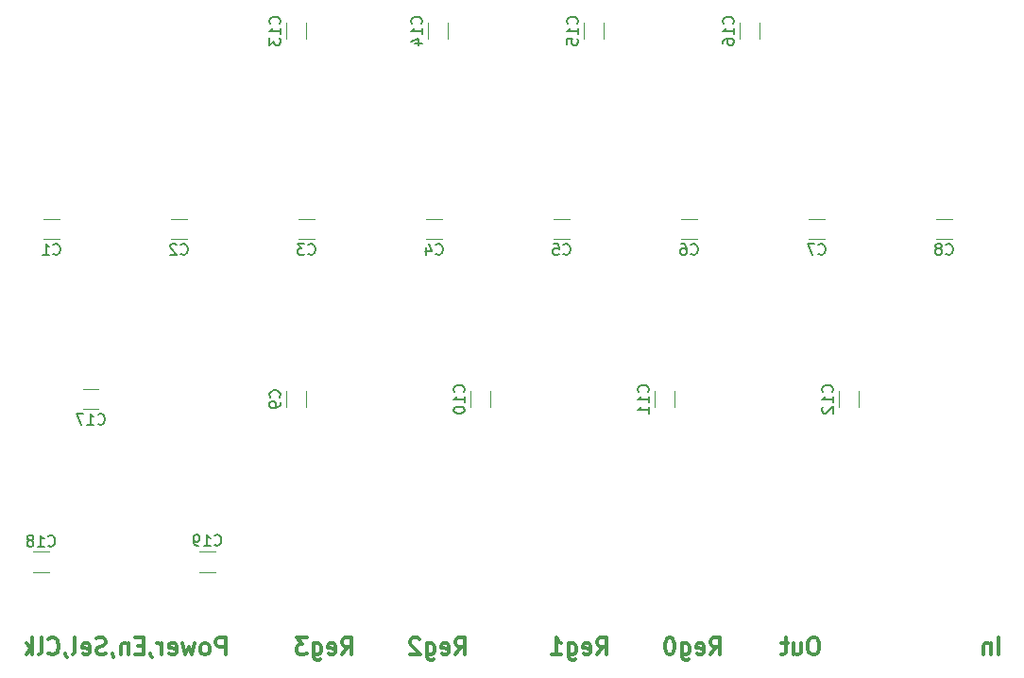
<source format=gbr>
%TF.GenerationSoftware,KiCad,Pcbnew,6.0.6-3a73a75311~116~ubuntu20.04.1*%
%TF.CreationDate,2022-06-25T17:28:11-07:00*%
%TF.ProjectId,RegisterFile,52656769-7374-4657-9246-696c652e6b69,rev?*%
%TF.SameCoordinates,Original*%
%TF.FileFunction,Legend,Bot*%
%TF.FilePolarity,Positive*%
%FSLAX46Y46*%
G04 Gerber Fmt 4.6, Leading zero omitted, Abs format (unit mm)*
G04 Created by KiCad (PCBNEW 6.0.6-3a73a75311~116~ubuntu20.04.1) date 2022-06-25 17:28:11*
%MOMM*%
%LPD*%
G01*
G04 APERTURE LIST*
%ADD10C,0.300000*%
%ADD11C,0.150000*%
%ADD12C,0.120000*%
G04 APERTURE END LIST*
D10*
X170977857Y-125543571D02*
X170692142Y-125543571D01*
X170549285Y-125615000D01*
X170406428Y-125757857D01*
X170335000Y-126043571D01*
X170335000Y-126543571D01*
X170406428Y-126829285D01*
X170549285Y-126972142D01*
X170692142Y-127043571D01*
X170977857Y-127043571D01*
X171120714Y-126972142D01*
X171263571Y-126829285D01*
X171335000Y-126543571D01*
X171335000Y-126043571D01*
X171263571Y-125757857D01*
X171120714Y-125615000D01*
X170977857Y-125543571D01*
X169049285Y-126043571D02*
X169049285Y-127043571D01*
X169692142Y-126043571D02*
X169692142Y-126829285D01*
X169620714Y-126972142D01*
X169477857Y-127043571D01*
X169263571Y-127043571D01*
X169120714Y-126972142D01*
X169049285Y-126900714D01*
X168549285Y-126043571D02*
X167977857Y-126043571D01*
X168335000Y-125543571D02*
X168335000Y-126829285D01*
X168263571Y-126972142D01*
X168120714Y-127043571D01*
X167977857Y-127043571D01*
X151431428Y-127043571D02*
X151931428Y-126329285D01*
X152288571Y-127043571D02*
X152288571Y-125543571D01*
X151717142Y-125543571D01*
X151574285Y-125615000D01*
X151502857Y-125686428D01*
X151431428Y-125829285D01*
X151431428Y-126043571D01*
X151502857Y-126186428D01*
X151574285Y-126257857D01*
X151717142Y-126329285D01*
X152288571Y-126329285D01*
X150217142Y-126972142D02*
X150360000Y-127043571D01*
X150645714Y-127043571D01*
X150788571Y-126972142D01*
X150860000Y-126829285D01*
X150860000Y-126257857D01*
X150788571Y-126115000D01*
X150645714Y-126043571D01*
X150360000Y-126043571D01*
X150217142Y-126115000D01*
X150145714Y-126257857D01*
X150145714Y-126400714D01*
X150860000Y-126543571D01*
X148860000Y-126043571D02*
X148860000Y-127257857D01*
X148931428Y-127400714D01*
X149002857Y-127472142D01*
X149145714Y-127543571D01*
X149360000Y-127543571D01*
X149502857Y-127472142D01*
X148860000Y-126972142D02*
X149002857Y-127043571D01*
X149288571Y-127043571D01*
X149431428Y-126972142D01*
X149502857Y-126900714D01*
X149574285Y-126757857D01*
X149574285Y-126329285D01*
X149502857Y-126186428D01*
X149431428Y-126115000D01*
X149288571Y-126043571D01*
X149002857Y-126043571D01*
X148860000Y-126115000D01*
X147360000Y-127043571D02*
X148217142Y-127043571D01*
X147788571Y-127043571D02*
X147788571Y-125543571D01*
X147931428Y-125757857D01*
X148074285Y-125900714D01*
X148217142Y-125972142D01*
X187407857Y-127043571D02*
X187407857Y-125543571D01*
X186693571Y-126043571D02*
X186693571Y-127043571D01*
X186693571Y-126186428D02*
X186622142Y-126115000D01*
X186479285Y-126043571D01*
X186265000Y-126043571D01*
X186122142Y-126115000D01*
X186050714Y-126257857D01*
X186050714Y-127043571D01*
X161591428Y-127043571D02*
X162091428Y-126329285D01*
X162448571Y-127043571D02*
X162448571Y-125543571D01*
X161877142Y-125543571D01*
X161734285Y-125615000D01*
X161662857Y-125686428D01*
X161591428Y-125829285D01*
X161591428Y-126043571D01*
X161662857Y-126186428D01*
X161734285Y-126257857D01*
X161877142Y-126329285D01*
X162448571Y-126329285D01*
X160377142Y-126972142D02*
X160520000Y-127043571D01*
X160805714Y-127043571D01*
X160948571Y-126972142D01*
X161020000Y-126829285D01*
X161020000Y-126257857D01*
X160948571Y-126115000D01*
X160805714Y-126043571D01*
X160520000Y-126043571D01*
X160377142Y-126115000D01*
X160305714Y-126257857D01*
X160305714Y-126400714D01*
X161020000Y-126543571D01*
X159020000Y-126043571D02*
X159020000Y-127257857D01*
X159091428Y-127400714D01*
X159162857Y-127472142D01*
X159305714Y-127543571D01*
X159520000Y-127543571D01*
X159662857Y-127472142D01*
X159020000Y-126972142D02*
X159162857Y-127043571D01*
X159448571Y-127043571D01*
X159591428Y-126972142D01*
X159662857Y-126900714D01*
X159734285Y-126757857D01*
X159734285Y-126329285D01*
X159662857Y-126186428D01*
X159591428Y-126115000D01*
X159448571Y-126043571D01*
X159162857Y-126043571D01*
X159020000Y-126115000D01*
X158020000Y-125543571D02*
X157877142Y-125543571D01*
X157734285Y-125615000D01*
X157662857Y-125686428D01*
X157591428Y-125829285D01*
X157520000Y-126115000D01*
X157520000Y-126472142D01*
X157591428Y-126757857D01*
X157662857Y-126900714D01*
X157734285Y-126972142D01*
X157877142Y-127043571D01*
X158020000Y-127043571D01*
X158162857Y-126972142D01*
X158234285Y-126900714D01*
X158305714Y-126757857D01*
X158377142Y-126472142D01*
X158377142Y-126115000D01*
X158305714Y-125829285D01*
X158234285Y-125686428D01*
X158162857Y-125615000D01*
X158020000Y-125543571D01*
X118112857Y-127043571D02*
X118112857Y-125543571D01*
X117541428Y-125543571D01*
X117398571Y-125615000D01*
X117327142Y-125686428D01*
X117255714Y-125829285D01*
X117255714Y-126043571D01*
X117327142Y-126186428D01*
X117398571Y-126257857D01*
X117541428Y-126329285D01*
X118112857Y-126329285D01*
X116398571Y-127043571D02*
X116541428Y-126972142D01*
X116612857Y-126900714D01*
X116684285Y-126757857D01*
X116684285Y-126329285D01*
X116612857Y-126186428D01*
X116541428Y-126115000D01*
X116398571Y-126043571D01*
X116184285Y-126043571D01*
X116041428Y-126115000D01*
X115970000Y-126186428D01*
X115898571Y-126329285D01*
X115898571Y-126757857D01*
X115970000Y-126900714D01*
X116041428Y-126972142D01*
X116184285Y-127043571D01*
X116398571Y-127043571D01*
X115398571Y-126043571D02*
X115112857Y-127043571D01*
X114827142Y-126329285D01*
X114541428Y-127043571D01*
X114255714Y-126043571D01*
X113112857Y-126972142D02*
X113255714Y-127043571D01*
X113541428Y-127043571D01*
X113684285Y-126972142D01*
X113755714Y-126829285D01*
X113755714Y-126257857D01*
X113684285Y-126115000D01*
X113541428Y-126043571D01*
X113255714Y-126043571D01*
X113112857Y-126115000D01*
X113041428Y-126257857D01*
X113041428Y-126400714D01*
X113755714Y-126543571D01*
X112398571Y-127043571D02*
X112398571Y-126043571D01*
X112398571Y-126329285D02*
X112327142Y-126186428D01*
X112255714Y-126115000D01*
X112112857Y-126043571D01*
X111970000Y-126043571D01*
X111398571Y-126972142D02*
X111398571Y-127043571D01*
X111470000Y-127186428D01*
X111541428Y-127257857D01*
X110755714Y-126257857D02*
X110255714Y-126257857D01*
X110041428Y-127043571D02*
X110755714Y-127043571D01*
X110755714Y-125543571D01*
X110041428Y-125543571D01*
X109398571Y-126043571D02*
X109398571Y-127043571D01*
X109398571Y-126186428D02*
X109327142Y-126115000D01*
X109184285Y-126043571D01*
X108970000Y-126043571D01*
X108827142Y-126115000D01*
X108755714Y-126257857D01*
X108755714Y-127043571D01*
X107970000Y-126972142D02*
X107970000Y-127043571D01*
X108041428Y-127186428D01*
X108112857Y-127257857D01*
X107398571Y-126972142D02*
X107184285Y-127043571D01*
X106827142Y-127043571D01*
X106684285Y-126972142D01*
X106612857Y-126900714D01*
X106541428Y-126757857D01*
X106541428Y-126615000D01*
X106612857Y-126472142D01*
X106684285Y-126400714D01*
X106827142Y-126329285D01*
X107112857Y-126257857D01*
X107255714Y-126186428D01*
X107327142Y-126115000D01*
X107398571Y-125972142D01*
X107398571Y-125829285D01*
X107327142Y-125686428D01*
X107255714Y-125615000D01*
X107112857Y-125543571D01*
X106755714Y-125543571D01*
X106541428Y-125615000D01*
X105327142Y-126972142D02*
X105470000Y-127043571D01*
X105755714Y-127043571D01*
X105898571Y-126972142D01*
X105970000Y-126829285D01*
X105970000Y-126257857D01*
X105898571Y-126115000D01*
X105755714Y-126043571D01*
X105470000Y-126043571D01*
X105327142Y-126115000D01*
X105255714Y-126257857D01*
X105255714Y-126400714D01*
X105970000Y-126543571D01*
X104398571Y-127043571D02*
X104541428Y-126972142D01*
X104612857Y-126829285D01*
X104612857Y-125543571D01*
X103755714Y-126972142D02*
X103755714Y-127043571D01*
X103827142Y-127186428D01*
X103898571Y-127257857D01*
X102255714Y-126900714D02*
X102327142Y-126972142D01*
X102541428Y-127043571D01*
X102684285Y-127043571D01*
X102898571Y-126972142D01*
X103041428Y-126829285D01*
X103112857Y-126686428D01*
X103184285Y-126400714D01*
X103184285Y-126186428D01*
X103112857Y-125900714D01*
X103041428Y-125757857D01*
X102898571Y-125615000D01*
X102684285Y-125543571D01*
X102541428Y-125543571D01*
X102327142Y-125615000D01*
X102255714Y-125686428D01*
X101398571Y-127043571D02*
X101541428Y-126972142D01*
X101612857Y-126829285D01*
X101612857Y-125543571D01*
X100827142Y-127043571D02*
X100827142Y-125543571D01*
X100684285Y-126472142D02*
X100255714Y-127043571D01*
X100255714Y-126043571D02*
X100827142Y-126615000D01*
X138731428Y-127043571D02*
X139231428Y-126329285D01*
X139588571Y-127043571D02*
X139588571Y-125543571D01*
X139017142Y-125543571D01*
X138874285Y-125615000D01*
X138802857Y-125686428D01*
X138731428Y-125829285D01*
X138731428Y-126043571D01*
X138802857Y-126186428D01*
X138874285Y-126257857D01*
X139017142Y-126329285D01*
X139588571Y-126329285D01*
X137517142Y-126972142D02*
X137660000Y-127043571D01*
X137945714Y-127043571D01*
X138088571Y-126972142D01*
X138160000Y-126829285D01*
X138160000Y-126257857D01*
X138088571Y-126115000D01*
X137945714Y-126043571D01*
X137660000Y-126043571D01*
X137517142Y-126115000D01*
X137445714Y-126257857D01*
X137445714Y-126400714D01*
X138160000Y-126543571D01*
X136160000Y-126043571D02*
X136160000Y-127257857D01*
X136231428Y-127400714D01*
X136302857Y-127472142D01*
X136445714Y-127543571D01*
X136660000Y-127543571D01*
X136802857Y-127472142D01*
X136160000Y-126972142D02*
X136302857Y-127043571D01*
X136588571Y-127043571D01*
X136731428Y-126972142D01*
X136802857Y-126900714D01*
X136874285Y-126757857D01*
X136874285Y-126329285D01*
X136802857Y-126186428D01*
X136731428Y-126115000D01*
X136588571Y-126043571D01*
X136302857Y-126043571D01*
X136160000Y-126115000D01*
X135517142Y-125686428D02*
X135445714Y-125615000D01*
X135302857Y-125543571D01*
X134945714Y-125543571D01*
X134802857Y-125615000D01*
X134731428Y-125686428D01*
X134660000Y-125829285D01*
X134660000Y-125972142D01*
X134731428Y-126186428D01*
X135588571Y-127043571D01*
X134660000Y-127043571D01*
X128571428Y-127043571D02*
X129071428Y-126329285D01*
X129428571Y-127043571D02*
X129428571Y-125543571D01*
X128857142Y-125543571D01*
X128714285Y-125615000D01*
X128642857Y-125686428D01*
X128571428Y-125829285D01*
X128571428Y-126043571D01*
X128642857Y-126186428D01*
X128714285Y-126257857D01*
X128857142Y-126329285D01*
X129428571Y-126329285D01*
X127357142Y-126972142D02*
X127500000Y-127043571D01*
X127785714Y-127043571D01*
X127928571Y-126972142D01*
X128000000Y-126829285D01*
X128000000Y-126257857D01*
X127928571Y-126115000D01*
X127785714Y-126043571D01*
X127500000Y-126043571D01*
X127357142Y-126115000D01*
X127285714Y-126257857D01*
X127285714Y-126400714D01*
X128000000Y-126543571D01*
X126000000Y-126043571D02*
X126000000Y-127257857D01*
X126071428Y-127400714D01*
X126142857Y-127472142D01*
X126285714Y-127543571D01*
X126500000Y-127543571D01*
X126642857Y-127472142D01*
X126000000Y-126972142D02*
X126142857Y-127043571D01*
X126428571Y-127043571D01*
X126571428Y-126972142D01*
X126642857Y-126900714D01*
X126714285Y-126757857D01*
X126714285Y-126329285D01*
X126642857Y-126186428D01*
X126571428Y-126115000D01*
X126428571Y-126043571D01*
X126142857Y-126043571D01*
X126000000Y-126115000D01*
X125428571Y-125543571D02*
X124500000Y-125543571D01*
X125000000Y-126115000D01*
X124785714Y-126115000D01*
X124642857Y-126186428D01*
X124571428Y-126257857D01*
X124500000Y-126400714D01*
X124500000Y-126757857D01*
X124571428Y-126900714D01*
X124642857Y-126972142D01*
X124785714Y-127043571D01*
X125214285Y-127043571D01*
X125357142Y-126972142D01*
X125428571Y-126900714D01*
D11*
%TO.C,C6*%
X159844166Y-91107142D02*
X159891785Y-91154761D01*
X160034642Y-91202380D01*
X160129880Y-91202380D01*
X160272738Y-91154761D01*
X160367976Y-91059523D01*
X160415595Y-90964285D01*
X160463214Y-90773809D01*
X160463214Y-90630952D01*
X160415595Y-90440476D01*
X160367976Y-90345238D01*
X160272738Y-90250000D01*
X160129880Y-90202380D01*
X160034642Y-90202380D01*
X159891785Y-90250000D01*
X159844166Y-90297619D01*
X158987023Y-90202380D02*
X159177500Y-90202380D01*
X159272738Y-90250000D01*
X159320357Y-90297619D01*
X159415595Y-90440476D01*
X159463214Y-90630952D01*
X159463214Y-91011904D01*
X159415595Y-91107142D01*
X159367976Y-91154761D01*
X159272738Y-91202380D01*
X159082261Y-91202380D01*
X158987023Y-91154761D01*
X158939404Y-91107142D01*
X158891785Y-91011904D01*
X158891785Y-90773809D01*
X158939404Y-90678571D01*
X158987023Y-90630952D01*
X159082261Y-90583333D01*
X159272738Y-90583333D01*
X159367976Y-90630952D01*
X159415595Y-90678571D01*
X159463214Y-90773809D01*
%TO.C,C13*%
X122967142Y-70477142D02*
X123014761Y-70429523D01*
X123062380Y-70286666D01*
X123062380Y-70191428D01*
X123014761Y-70048571D01*
X122919523Y-69953333D01*
X122824285Y-69905714D01*
X122633809Y-69858095D01*
X122490952Y-69858095D01*
X122300476Y-69905714D01*
X122205238Y-69953333D01*
X122110000Y-70048571D01*
X122062380Y-70191428D01*
X122062380Y-70286666D01*
X122110000Y-70429523D01*
X122157619Y-70477142D01*
X123062380Y-71429523D02*
X123062380Y-70858095D01*
X123062380Y-71143809D02*
X122062380Y-71143809D01*
X122205238Y-71048571D01*
X122300476Y-70953333D01*
X122348095Y-70858095D01*
X122062380Y-71762857D02*
X122062380Y-72381904D01*
X122443333Y-72048571D01*
X122443333Y-72191428D01*
X122490952Y-72286666D01*
X122538571Y-72334285D01*
X122633809Y-72381904D01*
X122871904Y-72381904D01*
X122967142Y-72334285D01*
X123014761Y-72286666D01*
X123062380Y-72191428D01*
X123062380Y-71905714D01*
X123014761Y-71810476D01*
X122967142Y-71762857D01*
%TO.C,C3*%
X125554166Y-91107142D02*
X125601785Y-91154761D01*
X125744642Y-91202380D01*
X125839880Y-91202380D01*
X125982738Y-91154761D01*
X126077976Y-91059523D01*
X126125595Y-90964285D01*
X126173214Y-90773809D01*
X126173214Y-90630952D01*
X126125595Y-90440476D01*
X126077976Y-90345238D01*
X125982738Y-90250000D01*
X125839880Y-90202380D01*
X125744642Y-90202380D01*
X125601785Y-90250000D01*
X125554166Y-90297619D01*
X125220833Y-90202380D02*
X124601785Y-90202380D01*
X124935119Y-90583333D01*
X124792261Y-90583333D01*
X124697023Y-90630952D01*
X124649404Y-90678571D01*
X124601785Y-90773809D01*
X124601785Y-91011904D01*
X124649404Y-91107142D01*
X124697023Y-91154761D01*
X124792261Y-91202380D01*
X125077976Y-91202380D01*
X125173214Y-91154761D01*
X125220833Y-91107142D01*
%TO.C,C4*%
X136984166Y-91107142D02*
X137031785Y-91154761D01*
X137174642Y-91202380D01*
X137269880Y-91202380D01*
X137412738Y-91154761D01*
X137507976Y-91059523D01*
X137555595Y-90964285D01*
X137603214Y-90773809D01*
X137603214Y-90630952D01*
X137555595Y-90440476D01*
X137507976Y-90345238D01*
X137412738Y-90250000D01*
X137269880Y-90202380D01*
X137174642Y-90202380D01*
X137031785Y-90250000D01*
X136984166Y-90297619D01*
X136127023Y-90535714D02*
X136127023Y-91202380D01*
X136365119Y-90154761D02*
X136603214Y-90869047D01*
X135984166Y-90869047D01*
%TO.C,C5*%
X148414166Y-91107142D02*
X148461785Y-91154761D01*
X148604642Y-91202380D01*
X148699880Y-91202380D01*
X148842738Y-91154761D01*
X148937976Y-91059523D01*
X148985595Y-90964285D01*
X149033214Y-90773809D01*
X149033214Y-90630952D01*
X148985595Y-90440476D01*
X148937976Y-90345238D01*
X148842738Y-90250000D01*
X148699880Y-90202380D01*
X148604642Y-90202380D01*
X148461785Y-90250000D01*
X148414166Y-90297619D01*
X147509404Y-90202380D02*
X147985595Y-90202380D01*
X148033214Y-90678571D01*
X147985595Y-90630952D01*
X147890357Y-90583333D01*
X147652261Y-90583333D01*
X147557023Y-90630952D01*
X147509404Y-90678571D01*
X147461785Y-90773809D01*
X147461785Y-91011904D01*
X147509404Y-91107142D01*
X147557023Y-91154761D01*
X147652261Y-91202380D01*
X147890357Y-91202380D01*
X147985595Y-91154761D01*
X148033214Y-91107142D01*
%TO.C,C19*%
X117140357Y-117197142D02*
X117187976Y-117244761D01*
X117330833Y-117292380D01*
X117426071Y-117292380D01*
X117568928Y-117244761D01*
X117664166Y-117149523D01*
X117711785Y-117054285D01*
X117759404Y-116863809D01*
X117759404Y-116720952D01*
X117711785Y-116530476D01*
X117664166Y-116435238D01*
X117568928Y-116340000D01*
X117426071Y-116292380D01*
X117330833Y-116292380D01*
X117187976Y-116340000D01*
X117140357Y-116387619D01*
X116187976Y-117292380D02*
X116759404Y-117292380D01*
X116473690Y-117292380D02*
X116473690Y-116292380D01*
X116568928Y-116435238D01*
X116664166Y-116530476D01*
X116759404Y-116578095D01*
X115711785Y-117292380D02*
X115521309Y-117292380D01*
X115426071Y-117244761D01*
X115378452Y-117197142D01*
X115283214Y-117054285D01*
X115235595Y-116863809D01*
X115235595Y-116482857D01*
X115283214Y-116387619D01*
X115330833Y-116340000D01*
X115426071Y-116292380D01*
X115616547Y-116292380D01*
X115711785Y-116340000D01*
X115759404Y-116387619D01*
X115807023Y-116482857D01*
X115807023Y-116720952D01*
X115759404Y-116816190D01*
X115711785Y-116863809D01*
X115616547Y-116911428D01*
X115426071Y-116911428D01*
X115330833Y-116863809D01*
X115283214Y-116816190D01*
X115235595Y-116720952D01*
%TO.C,C14*%
X135667142Y-70477142D02*
X135714761Y-70429523D01*
X135762380Y-70286666D01*
X135762380Y-70191428D01*
X135714761Y-70048571D01*
X135619523Y-69953333D01*
X135524285Y-69905714D01*
X135333809Y-69858095D01*
X135190952Y-69858095D01*
X135000476Y-69905714D01*
X134905238Y-69953333D01*
X134810000Y-70048571D01*
X134762380Y-70191428D01*
X134762380Y-70286666D01*
X134810000Y-70429523D01*
X134857619Y-70477142D01*
X135762380Y-71429523D02*
X135762380Y-70858095D01*
X135762380Y-71143809D02*
X134762380Y-71143809D01*
X134905238Y-71048571D01*
X135000476Y-70953333D01*
X135048095Y-70858095D01*
X135095714Y-72286666D02*
X135762380Y-72286666D01*
X134714761Y-72048571D02*
X135429047Y-71810476D01*
X135429047Y-72429523D01*
%TO.C,C1*%
X102694166Y-91107142D02*
X102741785Y-91154761D01*
X102884642Y-91202380D01*
X102979880Y-91202380D01*
X103122738Y-91154761D01*
X103217976Y-91059523D01*
X103265595Y-90964285D01*
X103313214Y-90773809D01*
X103313214Y-90630952D01*
X103265595Y-90440476D01*
X103217976Y-90345238D01*
X103122738Y-90250000D01*
X102979880Y-90202380D01*
X102884642Y-90202380D01*
X102741785Y-90250000D01*
X102694166Y-90297619D01*
X101741785Y-91202380D02*
X102313214Y-91202380D01*
X102027500Y-91202380D02*
X102027500Y-90202380D01*
X102122738Y-90345238D01*
X102217976Y-90440476D01*
X102313214Y-90488095D01*
%TO.C,C2*%
X114124166Y-91107142D02*
X114171785Y-91154761D01*
X114314642Y-91202380D01*
X114409880Y-91202380D01*
X114552738Y-91154761D01*
X114647976Y-91059523D01*
X114695595Y-90964285D01*
X114743214Y-90773809D01*
X114743214Y-90630952D01*
X114695595Y-90440476D01*
X114647976Y-90345238D01*
X114552738Y-90250000D01*
X114409880Y-90202380D01*
X114314642Y-90202380D01*
X114171785Y-90250000D01*
X114124166Y-90297619D01*
X113743214Y-90297619D02*
X113695595Y-90250000D01*
X113600357Y-90202380D01*
X113362261Y-90202380D01*
X113267023Y-90250000D01*
X113219404Y-90297619D01*
X113171785Y-90392857D01*
X113171785Y-90488095D01*
X113219404Y-90630952D01*
X113790833Y-91202380D01*
X113171785Y-91202380D01*
%TO.C,C18*%
X102242857Y-117252142D02*
X102290476Y-117299761D01*
X102433333Y-117347380D01*
X102528571Y-117347380D01*
X102671428Y-117299761D01*
X102766666Y-117204523D01*
X102814285Y-117109285D01*
X102861904Y-116918809D01*
X102861904Y-116775952D01*
X102814285Y-116585476D01*
X102766666Y-116490238D01*
X102671428Y-116395000D01*
X102528571Y-116347380D01*
X102433333Y-116347380D01*
X102290476Y-116395000D01*
X102242857Y-116442619D01*
X101290476Y-117347380D02*
X101861904Y-117347380D01*
X101576190Y-117347380D02*
X101576190Y-116347380D01*
X101671428Y-116490238D01*
X101766666Y-116585476D01*
X101861904Y-116633095D01*
X100719047Y-116775952D02*
X100814285Y-116728333D01*
X100861904Y-116680714D01*
X100909523Y-116585476D01*
X100909523Y-116537857D01*
X100861904Y-116442619D01*
X100814285Y-116395000D01*
X100719047Y-116347380D01*
X100528571Y-116347380D01*
X100433333Y-116395000D01*
X100385714Y-116442619D01*
X100338095Y-116537857D01*
X100338095Y-116585476D01*
X100385714Y-116680714D01*
X100433333Y-116728333D01*
X100528571Y-116775952D01*
X100719047Y-116775952D01*
X100814285Y-116823571D01*
X100861904Y-116871190D01*
X100909523Y-116966428D01*
X100909523Y-117156904D01*
X100861904Y-117252142D01*
X100814285Y-117299761D01*
X100719047Y-117347380D01*
X100528571Y-117347380D01*
X100433333Y-117299761D01*
X100385714Y-117252142D01*
X100338095Y-117156904D01*
X100338095Y-116966428D01*
X100385714Y-116871190D01*
X100433333Y-116823571D01*
X100528571Y-116775952D01*
%TO.C,C11*%
X155987142Y-103497142D02*
X156034761Y-103449523D01*
X156082380Y-103306666D01*
X156082380Y-103211428D01*
X156034761Y-103068571D01*
X155939523Y-102973333D01*
X155844285Y-102925714D01*
X155653809Y-102878095D01*
X155510952Y-102878095D01*
X155320476Y-102925714D01*
X155225238Y-102973333D01*
X155130000Y-103068571D01*
X155082380Y-103211428D01*
X155082380Y-103306666D01*
X155130000Y-103449523D01*
X155177619Y-103497142D01*
X156082380Y-104449523D02*
X156082380Y-103878095D01*
X156082380Y-104163809D02*
X155082380Y-104163809D01*
X155225238Y-104068571D01*
X155320476Y-103973333D01*
X155368095Y-103878095D01*
X156082380Y-105401904D02*
X156082380Y-104830476D01*
X156082380Y-105116190D02*
X155082380Y-105116190D01*
X155225238Y-105020952D01*
X155320476Y-104925714D01*
X155368095Y-104830476D01*
%TO.C,C7*%
X171274166Y-91107142D02*
X171321785Y-91154761D01*
X171464642Y-91202380D01*
X171559880Y-91202380D01*
X171702738Y-91154761D01*
X171797976Y-91059523D01*
X171845595Y-90964285D01*
X171893214Y-90773809D01*
X171893214Y-90630952D01*
X171845595Y-90440476D01*
X171797976Y-90345238D01*
X171702738Y-90250000D01*
X171559880Y-90202380D01*
X171464642Y-90202380D01*
X171321785Y-90250000D01*
X171274166Y-90297619D01*
X170940833Y-90202380D02*
X170274166Y-90202380D01*
X170702738Y-91202380D01*
%TO.C,C9*%
X122967142Y-103973333D02*
X123014761Y-103925714D01*
X123062380Y-103782857D01*
X123062380Y-103687619D01*
X123014761Y-103544761D01*
X122919523Y-103449523D01*
X122824285Y-103401904D01*
X122633809Y-103354285D01*
X122490952Y-103354285D01*
X122300476Y-103401904D01*
X122205238Y-103449523D01*
X122110000Y-103544761D01*
X122062380Y-103687619D01*
X122062380Y-103782857D01*
X122110000Y-103925714D01*
X122157619Y-103973333D01*
X123062380Y-104449523D02*
X123062380Y-104640000D01*
X123014761Y-104735238D01*
X122967142Y-104782857D01*
X122824285Y-104878095D01*
X122633809Y-104925714D01*
X122252857Y-104925714D01*
X122157619Y-104878095D01*
X122110000Y-104830476D01*
X122062380Y-104735238D01*
X122062380Y-104544761D01*
X122110000Y-104449523D01*
X122157619Y-104401904D01*
X122252857Y-104354285D01*
X122490952Y-104354285D01*
X122586190Y-104401904D01*
X122633809Y-104449523D01*
X122681428Y-104544761D01*
X122681428Y-104735238D01*
X122633809Y-104830476D01*
X122586190Y-104878095D01*
X122490952Y-104925714D01*
%TO.C,C8*%
X182704166Y-91107142D02*
X182751785Y-91154761D01*
X182894642Y-91202380D01*
X182989880Y-91202380D01*
X183132738Y-91154761D01*
X183227976Y-91059523D01*
X183275595Y-90964285D01*
X183323214Y-90773809D01*
X183323214Y-90630952D01*
X183275595Y-90440476D01*
X183227976Y-90345238D01*
X183132738Y-90250000D01*
X182989880Y-90202380D01*
X182894642Y-90202380D01*
X182751785Y-90250000D01*
X182704166Y-90297619D01*
X182132738Y-90630952D02*
X182227976Y-90583333D01*
X182275595Y-90535714D01*
X182323214Y-90440476D01*
X182323214Y-90392857D01*
X182275595Y-90297619D01*
X182227976Y-90250000D01*
X182132738Y-90202380D01*
X181942261Y-90202380D01*
X181847023Y-90250000D01*
X181799404Y-90297619D01*
X181751785Y-90392857D01*
X181751785Y-90440476D01*
X181799404Y-90535714D01*
X181847023Y-90583333D01*
X181942261Y-90630952D01*
X182132738Y-90630952D01*
X182227976Y-90678571D01*
X182275595Y-90726190D01*
X182323214Y-90821428D01*
X182323214Y-91011904D01*
X182275595Y-91107142D01*
X182227976Y-91154761D01*
X182132738Y-91202380D01*
X181942261Y-91202380D01*
X181847023Y-91154761D01*
X181799404Y-91107142D01*
X181751785Y-91011904D01*
X181751785Y-90821428D01*
X181799404Y-90726190D01*
X181847023Y-90678571D01*
X181942261Y-90630952D01*
%TO.C,C12*%
X172497142Y-103497142D02*
X172544761Y-103449523D01*
X172592380Y-103306666D01*
X172592380Y-103211428D01*
X172544761Y-103068571D01*
X172449523Y-102973333D01*
X172354285Y-102925714D01*
X172163809Y-102878095D01*
X172020952Y-102878095D01*
X171830476Y-102925714D01*
X171735238Y-102973333D01*
X171640000Y-103068571D01*
X171592380Y-103211428D01*
X171592380Y-103306666D01*
X171640000Y-103449523D01*
X171687619Y-103497142D01*
X172592380Y-104449523D02*
X172592380Y-103878095D01*
X172592380Y-104163809D02*
X171592380Y-104163809D01*
X171735238Y-104068571D01*
X171830476Y-103973333D01*
X171878095Y-103878095D01*
X171687619Y-104830476D02*
X171640000Y-104878095D01*
X171592380Y-104973333D01*
X171592380Y-105211428D01*
X171640000Y-105306666D01*
X171687619Y-105354285D01*
X171782857Y-105401904D01*
X171878095Y-105401904D01*
X172020952Y-105354285D01*
X172592380Y-104782857D01*
X172592380Y-105401904D01*
%TO.C,C16*%
X163607142Y-70477142D02*
X163654761Y-70429523D01*
X163702380Y-70286666D01*
X163702380Y-70191428D01*
X163654761Y-70048571D01*
X163559523Y-69953333D01*
X163464285Y-69905714D01*
X163273809Y-69858095D01*
X163130952Y-69858095D01*
X162940476Y-69905714D01*
X162845238Y-69953333D01*
X162750000Y-70048571D01*
X162702380Y-70191428D01*
X162702380Y-70286666D01*
X162750000Y-70429523D01*
X162797619Y-70477142D01*
X163702380Y-71429523D02*
X163702380Y-70858095D01*
X163702380Y-71143809D02*
X162702380Y-71143809D01*
X162845238Y-71048571D01*
X162940476Y-70953333D01*
X162988095Y-70858095D01*
X162702380Y-72286666D02*
X162702380Y-72096190D01*
X162750000Y-72000952D01*
X162797619Y-71953333D01*
X162940476Y-71858095D01*
X163130952Y-71810476D01*
X163511904Y-71810476D01*
X163607142Y-71858095D01*
X163654761Y-71905714D01*
X163702380Y-72000952D01*
X163702380Y-72191428D01*
X163654761Y-72286666D01*
X163607142Y-72334285D01*
X163511904Y-72381904D01*
X163273809Y-72381904D01*
X163178571Y-72334285D01*
X163130952Y-72286666D01*
X163083333Y-72191428D01*
X163083333Y-72000952D01*
X163130952Y-71905714D01*
X163178571Y-71858095D01*
X163273809Y-71810476D01*
%TO.C,C15*%
X149637142Y-70477142D02*
X149684761Y-70429523D01*
X149732380Y-70286666D01*
X149732380Y-70191428D01*
X149684761Y-70048571D01*
X149589523Y-69953333D01*
X149494285Y-69905714D01*
X149303809Y-69858095D01*
X149160952Y-69858095D01*
X148970476Y-69905714D01*
X148875238Y-69953333D01*
X148780000Y-70048571D01*
X148732380Y-70191428D01*
X148732380Y-70286666D01*
X148780000Y-70429523D01*
X148827619Y-70477142D01*
X149732380Y-71429523D02*
X149732380Y-70858095D01*
X149732380Y-71143809D02*
X148732380Y-71143809D01*
X148875238Y-71048571D01*
X148970476Y-70953333D01*
X149018095Y-70858095D01*
X148732380Y-72334285D02*
X148732380Y-71858095D01*
X149208571Y-71810476D01*
X149160952Y-71858095D01*
X149113333Y-71953333D01*
X149113333Y-72191428D01*
X149160952Y-72286666D01*
X149208571Y-72334285D01*
X149303809Y-72381904D01*
X149541904Y-72381904D01*
X149637142Y-72334285D01*
X149684761Y-72286666D01*
X149732380Y-72191428D01*
X149732380Y-71953333D01*
X149684761Y-71858095D01*
X149637142Y-71810476D01*
%TO.C,C10*%
X139477142Y-103497142D02*
X139524761Y-103449523D01*
X139572380Y-103306666D01*
X139572380Y-103211428D01*
X139524761Y-103068571D01*
X139429523Y-102973333D01*
X139334285Y-102925714D01*
X139143809Y-102878095D01*
X139000952Y-102878095D01*
X138810476Y-102925714D01*
X138715238Y-102973333D01*
X138620000Y-103068571D01*
X138572380Y-103211428D01*
X138572380Y-103306666D01*
X138620000Y-103449523D01*
X138667619Y-103497142D01*
X139572380Y-104449523D02*
X139572380Y-103878095D01*
X139572380Y-104163809D02*
X138572380Y-104163809D01*
X138715238Y-104068571D01*
X138810476Y-103973333D01*
X138858095Y-103878095D01*
X138572380Y-105068571D02*
X138572380Y-105163809D01*
X138620000Y-105259047D01*
X138667619Y-105306666D01*
X138762857Y-105354285D01*
X138953333Y-105401904D01*
X139191428Y-105401904D01*
X139381904Y-105354285D01*
X139477142Y-105306666D01*
X139524761Y-105259047D01*
X139572380Y-105163809D01*
X139572380Y-105068571D01*
X139524761Y-104973333D01*
X139477142Y-104925714D01*
X139381904Y-104878095D01*
X139191428Y-104830476D01*
X138953333Y-104830476D01*
X138762857Y-104878095D01*
X138667619Y-104925714D01*
X138620000Y-104973333D01*
X138572380Y-105068571D01*
%TO.C,C17*%
X106687857Y-106347142D02*
X106735476Y-106394761D01*
X106878333Y-106442380D01*
X106973571Y-106442380D01*
X107116428Y-106394761D01*
X107211666Y-106299523D01*
X107259285Y-106204285D01*
X107306904Y-106013809D01*
X107306904Y-105870952D01*
X107259285Y-105680476D01*
X107211666Y-105585238D01*
X107116428Y-105490000D01*
X106973571Y-105442380D01*
X106878333Y-105442380D01*
X106735476Y-105490000D01*
X106687857Y-105537619D01*
X105735476Y-106442380D02*
X106306904Y-106442380D01*
X106021190Y-106442380D02*
X106021190Y-105442380D01*
X106116428Y-105585238D01*
X106211666Y-105680476D01*
X106306904Y-105728095D01*
X105402142Y-105442380D02*
X104735476Y-105442380D01*
X105164047Y-106442380D01*
D12*
%TO.C,C6*%
X158966248Y-87990000D02*
X160388752Y-87990000D01*
X158966248Y-89810000D02*
X160388752Y-89810000D01*
%TO.C,C13*%
X125370000Y-70408748D02*
X125370000Y-71831252D01*
X123550000Y-70408748D02*
X123550000Y-71831252D01*
%TO.C,C3*%
X124676248Y-87990000D02*
X126098752Y-87990000D01*
X124676248Y-89810000D02*
X126098752Y-89810000D01*
%TO.C,C4*%
X136106248Y-89810000D02*
X137528752Y-89810000D01*
X136106248Y-87990000D02*
X137528752Y-87990000D01*
%TO.C,C5*%
X147536248Y-87990000D02*
X148958752Y-87990000D01*
X147536248Y-89810000D02*
X148958752Y-89810000D01*
%TO.C,C19*%
X115786248Y-119655000D02*
X117208752Y-119655000D01*
X115786248Y-117835000D02*
X117208752Y-117835000D01*
%TO.C,C14*%
X136250000Y-70408748D02*
X136250000Y-71831252D01*
X138070000Y-70408748D02*
X138070000Y-71831252D01*
%TO.C,C1*%
X101816248Y-89810000D02*
X103238752Y-89810000D01*
X101816248Y-87990000D02*
X103238752Y-87990000D01*
%TO.C,C2*%
X113246248Y-87990000D02*
X114668752Y-87990000D01*
X113246248Y-89810000D02*
X114668752Y-89810000D01*
%TO.C,C18*%
X102311252Y-119655000D02*
X100888748Y-119655000D01*
X102311252Y-117835000D02*
X100888748Y-117835000D01*
%TO.C,C11*%
X158390000Y-103428748D02*
X158390000Y-104851252D01*
X156570000Y-103428748D02*
X156570000Y-104851252D01*
%TO.C,C7*%
X170396248Y-87990000D02*
X171818752Y-87990000D01*
X170396248Y-89810000D02*
X171818752Y-89810000D01*
%TO.C,C9*%
X125370000Y-103428748D02*
X125370000Y-104851252D01*
X123550000Y-103428748D02*
X123550000Y-104851252D01*
%TO.C,C8*%
X181826248Y-89810000D02*
X183248752Y-89810000D01*
X181826248Y-87990000D02*
X183248752Y-87990000D01*
%TO.C,C12*%
X174900000Y-103428748D02*
X174900000Y-104851252D01*
X173080000Y-103428748D02*
X173080000Y-104851252D01*
%TO.C,C16*%
X166010000Y-70408748D02*
X166010000Y-71831252D01*
X164190000Y-70408748D02*
X164190000Y-71831252D01*
%TO.C,C15*%
X150220000Y-70408748D02*
X150220000Y-71831252D01*
X152040000Y-70408748D02*
X152040000Y-71831252D01*
%TO.C,C10*%
X141880000Y-103428748D02*
X141880000Y-104851252D01*
X140060000Y-103428748D02*
X140060000Y-104851252D01*
%TO.C,C17*%
X105333748Y-103230000D02*
X106756252Y-103230000D01*
X105333748Y-105050000D02*
X106756252Y-105050000D01*
%TD*%
M02*

</source>
